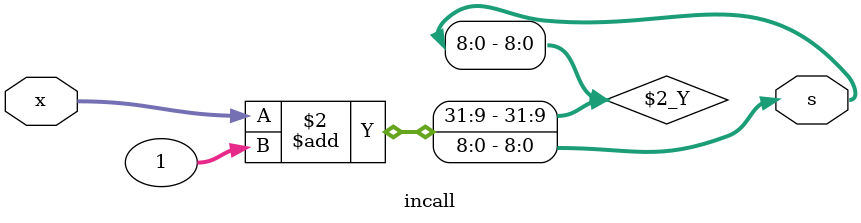
<source format=v>
module incall(x,s);
  parameter N=8;
  input[N-1:0] x;
  output[N:0] s;
  reg[N:0] s;

  always @(x)s=x+1;

endmodule
</source>
